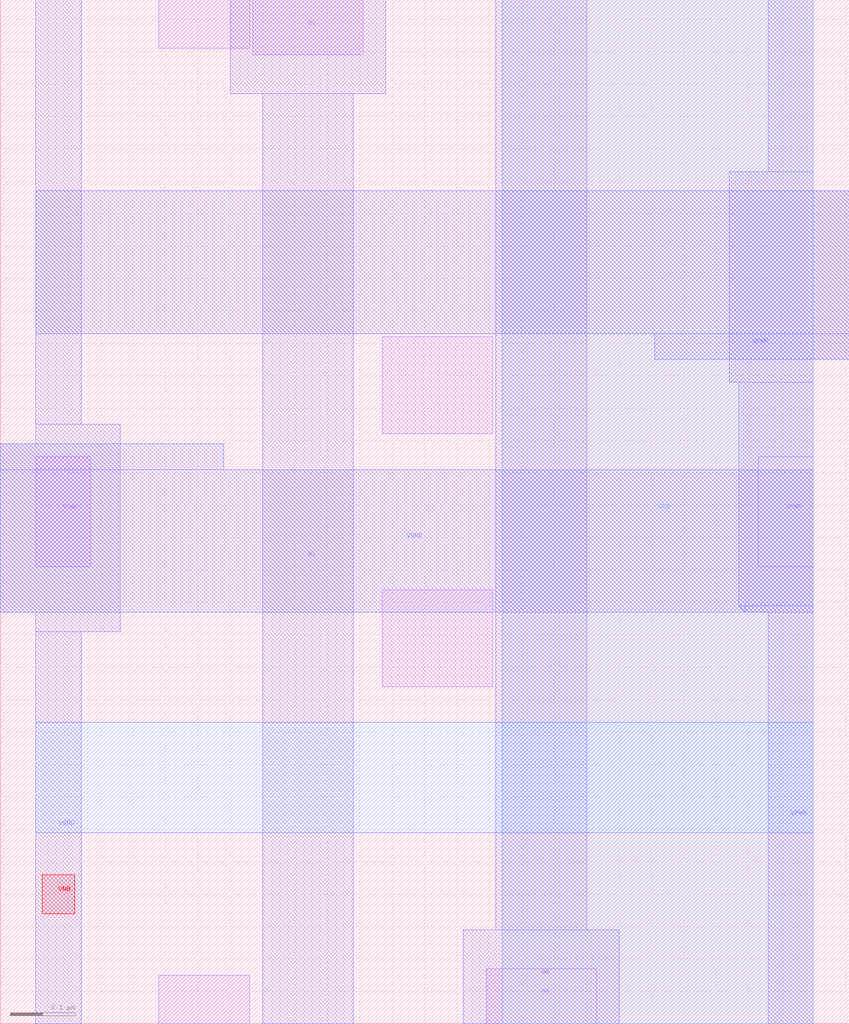
<source format=lef>
VERSION 5.7 ;
  NOWIREEXTENSIONATPIN ON ;
  DIVIDERCHAR "/" ;
  BUSBITCHARS "[]" ;
MACRO sky130_fd_bd_sram__openram_sp_cell_opt1_dummy
  CLASS BLOCK ;
  FOREIGN sky130_fd_bd_sram__openram_sp_cell_opt1_dummy ;
  ORIGIN 0.055 0.000 ;
  SIZE 1.310 BY 1.580 ;
  PIN BL
    ANTENNADIFFAREA 0.016800 ;
    PORT
      LAYER li1 ;
        RECT 0.190 1.505 0.330 1.580 ;
        RECT 0.335 1.495 0.505 1.580 ;
      LAYER met1 ;
        RECT 0.300 1.435 0.540 1.580 ;
        RECT 0.350 0.000 0.490 1.435 ;
    END
  END BL
  PIN BR
    ANTENNADIFFAREA 0.016800 ;
    PORT
      LAYER li1 ;
        RECT 0.190 0.000 0.330 0.075 ;
        RECT 0.695 0.000 0.865 0.085 ;
      LAYER met1 ;
        RECT 0.710 0.145 0.850 1.580 ;
        RECT 0.660 0.000 0.900 0.145 ;
    END
  END BR
  PIN VGND
    USE GROUND ;
    PORT
      LAYER li1 ;
        RECT 0.000 0.705 0.085 0.875 ;
      LAYER met1 ;
        RECT 0.000 0.925 0.070 1.580 ;
        RECT 0.000 0.895 0.130 0.925 ;
        RECT -0.055 0.635 0.130 0.895 ;
        RECT 0.000 0.605 0.130 0.635 ;
        RECT 0.000 0.000 0.070 0.605 ;
      LAYER met2 ;
        RECT -0.055 0.855 0.290 0.895 ;
        RECT -0.055 0.635 1.200 0.855 ;
    END
  END VGND
  PIN VNB
    PORT
      LAYER pwell ;
        RECT 0.010 0.170 0.060 0.230 ;
    END
  END VNB
  PIN VPB
    PORT
      LAYER nwell ;
        RECT 0.720 0.000 1.200 1.580 ;
    END
  END VPB
  PIN VPWR
    USE POWER ;
    PORT
      LAYER li1 ;
        RECT 1.115 0.705 1.200 0.875 ;
      LAYER met1 ;
        RECT 1.130 1.315 1.200 1.580 ;
        RECT 1.070 1.285 1.200 1.315 ;
        RECT 1.070 1.025 1.255 1.285 ;
        RECT 1.070 0.990 1.200 1.025 ;
        RECT 1.085 0.645 1.200 0.990 ;
        POLYGON 1.085 0.645 1.095 0.645 1.095 0.635 ;
        RECT 1.095 0.635 1.200 0.645 ;
        RECT 1.130 0.000 1.200 0.635 ;
      LAYER met2 ;
        RECT 0.000 1.065 1.255 1.285 ;
        RECT 0.955 1.025 1.255 1.065 ;
    END
  END VPWR
  OBS
      LAYER li1 ;
        RECT 0.535 0.910 0.705 1.060 ;
        RECT 0.535 0.520 0.705 0.670 ;
      LAYER met2 ;
        RECT 0.000 0.295 1.200 0.465 ;
  END
END sky130_fd_bd_sram__openram_sp_cell_opt1_dummy
END LIBRARY


</source>
